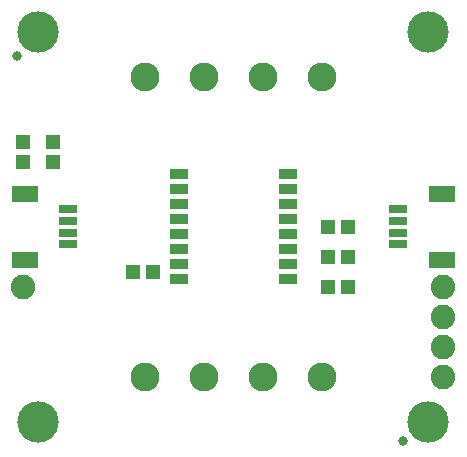
<source format=gts>
G75*
%MOIN*%
%OFA0B0*%
%FSLAX25Y25*%
%IPPOS*%
%LPD*%
%AMOC8*
5,1,8,0,0,1.08239X$1,22.5*
%
%ADD10C,0.13800*%
%ADD11C,0.03300*%
%ADD12R,0.08674X0.05524*%
%ADD13R,0.06115X0.03162*%
%ADD14C,0.08200*%
%ADD15R,0.05131X0.04737*%
%ADD16R,0.04737X0.05131*%
%ADD17R,0.06300X0.03350*%
%ADD18C,0.09658*%
D10*
X0158333Y0210000D03*
X0288333Y0210000D03*
X0288333Y0340000D03*
X0158333Y0340000D03*
D11*
X0151333Y0332000D03*
X0279833Y0203500D03*
D12*
X0292802Y0263976D03*
X0292802Y0286024D03*
X0153865Y0286024D03*
X0153865Y0263976D03*
D13*
X0168333Y0269094D03*
X0168333Y0273031D03*
X0168333Y0276969D03*
X0168333Y0280906D03*
X0278333Y0280906D03*
X0278333Y0276969D03*
X0278333Y0273031D03*
X0278333Y0269094D03*
D14*
X0293333Y0255000D03*
X0293333Y0245000D03*
X0293333Y0235000D03*
X0293333Y0225000D03*
X0153333Y0255000D03*
D15*
X0189987Y0260000D03*
X0196680Y0260000D03*
X0254987Y0255000D03*
X0261680Y0255000D03*
X0261680Y0265000D03*
X0254987Y0265000D03*
X0254987Y0275000D03*
X0261680Y0275000D03*
D16*
X0163333Y0296654D03*
X0163333Y0303346D03*
X0153333Y0303346D03*
X0153333Y0296654D03*
D17*
X0205026Y0292500D03*
X0205026Y0287500D03*
X0205026Y0282500D03*
X0205026Y0277500D03*
X0205026Y0272500D03*
X0205026Y0267500D03*
X0205026Y0262500D03*
X0205026Y0257500D03*
X0241640Y0257500D03*
X0241640Y0262500D03*
X0241640Y0267500D03*
X0241640Y0272500D03*
X0241640Y0277500D03*
X0241640Y0282500D03*
X0241640Y0287500D03*
X0241640Y0292500D03*
D18*
X0233176Y0325000D03*
X0252861Y0325000D03*
X0213491Y0325000D03*
X0193806Y0325000D03*
X0193806Y0225000D03*
X0213491Y0225000D03*
X0233176Y0225000D03*
X0252861Y0225000D03*
M02*

</source>
